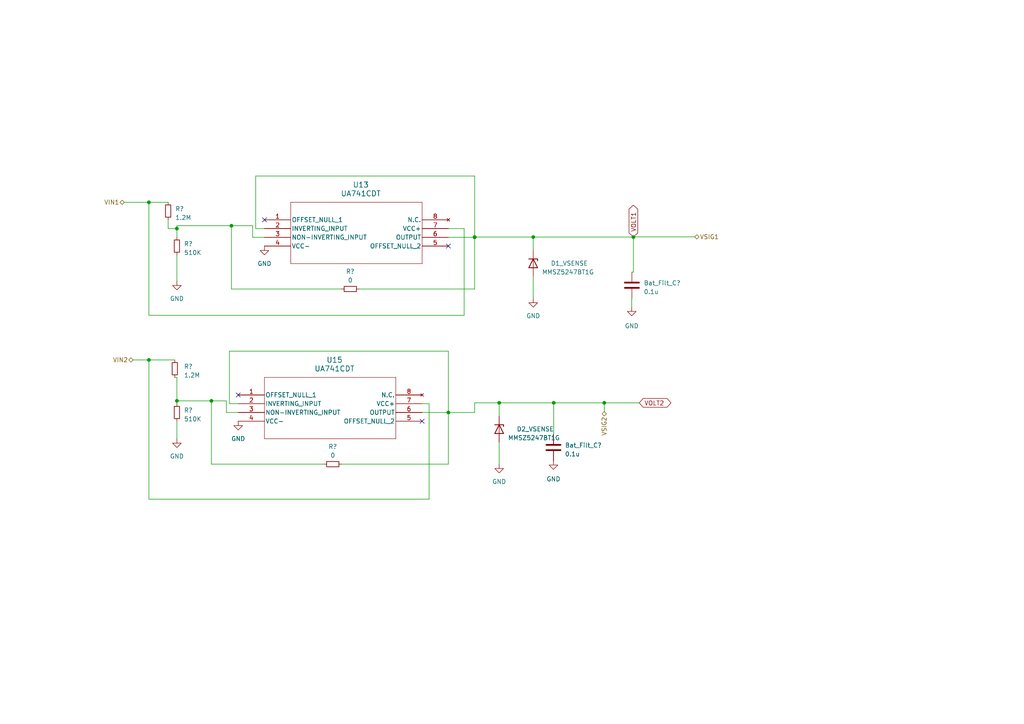
<source format=kicad_sch>
(kicad_sch (version 20230121) (generator eeschema)
  (paper "A4")
  (lib_symbols
    (symbol "Device:C" (pin_numbers hide) (pin_names (offset 0.254))
      (property "Reference" "C" (at 0.635 2.54 0))
      (property "Value" "C" (at 0.635 -2.54 0))
      (symbol "C_0_1"
        (polyline (pts (xy -2.032 -0.762) (xy 2.032 -0.762)) (stroke (width 0.508)))
        (polyline (pts (xy -2.032 0.762) (xy 2.032 0.762)) (stroke (width 0.508)))
      )
      (symbol "C_1_1"
        (pin passive line (at 0 3.81 270) (length 2.794) (name "~") (number "1"))
        (pin passive line (at 0 -3.81 90) (length 2.794) (name "~") (number "2"))
      )
    )
    (symbol "Device:D_Zener" (pin_numbers hide) (pin_names (offset 1.016) hide)
      (property "Reference" "D" (at 0 2.54 0))
      (property "Value" "D_Zener" (at 0 -2.54 0))
      (symbol "D_Zener_0_1"
        (polyline (pts (xy 1.27 0) (xy -1.27 0)))
        (polyline (pts (xy -1.27 -1.27) (xy -1.27 1.27) (xy -0.762 1.27)) (stroke (width 0.254)))
        (polyline (pts (xy 1.27 -1.27) (xy 1.27 1.27) (xy -1.27 0) (xy 1.27 -1.27)) (stroke (width 0.254)))
      )
      (symbol "D_Zener_1_1"
        (pin passive line (at -3.81 0 0) (length 2.54) (name "K") (number "1"))
        (pin passive line (at 3.81 0 180) (length 2.54) (name "A") (number "2"))
      )
    )
    (symbol "Device:R_Small" (pin_numbers hide) (pin_names (offset 0.254) hide)
      (property "Reference" "R" (at 0.762 0.508 0))
      (property "Value" "R_Small" (at 0.762 -1.016 0))
      (symbol "R_Small_0_1"
        (rectangle (start -0.762 1.778) (end 0.762 -1.778) (stroke (width 0.2032)))
      )
      (symbol "R_Small_1_1"
        (pin passive line (at 0 2.54 270) (length 0.762) (name "~") (number "1"))
        (pin passive line (at 0 -2.54 90) (length 0.762) (name "~") (number "2"))
      )
    )
    (symbol "UA741CDT:UA741CDT" (pin_names (offset 0.254))
      (property "Reference" "U13" (at 27.94 10.16 0))
      (property "Value" "UA741CDT" (at 27.94 7.62 0))
      (symbol "UA741CDT_0_1"
        (polyline (pts (xy 7.62 -12.7) (xy 45.72 -12.7)) (stroke (width 0.127)))
        (polyline (pts (xy 7.62 5.08) (xy 7.62 -12.7)) (stroke (width 0.127)))
        (polyline (pts (xy 45.72 -12.7) (xy 45.72 5.08)) (stroke (width 0.127)))
        (polyline (pts (xy 45.72 5.08) (xy 7.62 5.08)) (stroke (width 0.127)))
        (pin bidirectional line (at 0 0 0) (length 7.62) (name "OFFSET_NULL_1") (number "1"))
        (pin input line (at 0 -2.54 0) (length 7.62) (name "INVERTING_INPUT") (number "2"))
        (pin input line (at 0 -5.08 0) (length 7.62) (name "NON-INVERTING_INPUT") (number "3"))
        (pin power_in line (at 0 -7.62 0) (length 7.62) (name "VCC-") (number "4"))
        (pin bidirectional line (at 53.34 -7.62 180) (length 7.62) (name "OFFSET_NULL_2") (number "5"))
        (pin output line (at 53.34 -5.08 180) (length 7.62) (name "OUTPUT") (number "6"))
        (pin power_in line (at 53.34 -2.54 180) (length 7.62) (name "VCC+") (number "7"))
        (pin no_connect line (at 53.34 0 180) (length 7.62) (name "N.C.") (number "8"))
      )
    )
    (symbol "power:GND" (power) (pin_names (offset 0))
      (property "Value" "GND" (at 0 -3.81 0))
      (symbol "GND_0_1"
        (polyline (pts (xy 0 0) (xy 0 -1.27) (xy 1.27 -1.27) (xy 0 -2.54) (xy -1.27 -1.27) (xy 0 -1.27)))
      )
      (symbol "GND_1_1"
        (pin power_in line (at 0 0 270) (length 0) hide (name "GND") (number "1"))
      )
    )
  )
  (junction (at 51.308 66.294))
  (junction (at 43.18 58.674))
  (junction (at 154.6545 68.7581))
  (junction (at 67.1243 65.4688))
  (junction (at 51.308 116.2688))
  (junction (at 137.668 68.7581))
  (junction (at 160.6071 116.84))
  (junction (at 137.668 68.834))
  (junction (at 43.1908 104.394))
  (junction (at 175.26 116.84))
  (junction (at 61.3134 116.2688))
  (junction (at 130.048 119.634))
  (junction (at 183.7089 68.7581))
  (junction (at 144.78 116.84))
  (no_connect (at 69.088 114.554))
  (no_connect (at 122.428 122.174))
  (no_connect (at 130.048 71.374))
  (no_connect (at 76.708 63.754))
  (wire (pts (xy 144.78 116.84) (xy 160.6071 116.84)))
  (wire (pts (xy 67.1243 65.4688) (xy 67.1243 83.82)))
  (wire (pts (xy 183.2263 86.5381) (xy 183.2771 86.5381)))
  (wire (pts (xy 67.1243 65.4688) (xy 51.308 65.4688)))
  (wire (pts (xy 43.18 91.44) (xy 134.62 91.44)))
  (wire (pts (xy 124.46 117.094) (xy 122.428 117.094)))
  (wire (pts (xy 51.308 109.474) (xy 51.308 116.2688)))
  (wire (pts (xy 134.62 66.294) (xy 134.62 91.44)))
  (wire (pts (xy 51.308 73.914) (xy 51.308 81.534)))
  (wire (pts (xy 137.668 68.7581) (xy 137.668 68.834)))
  (wire (pts (xy 183.7089 68.7042) (xy 183.7089 68.7581)))
  (wire (pts (xy 183.7089 68.7581) (xy 183.7089 78.9181)))
  (wire (pts (xy 38.608 104.394) (xy 43.1908 104.394)))
  (wire (pts (xy 154.6545 80.1881) (xy 154.6545 86.5381)))
  (wire (pts (xy 73.2775 68.834) (xy 73.2775 65.4688)))
  (wire (pts (xy 201.4889 68.7042) (xy 183.7089 68.7042)))
  (wire (pts (xy 74.168 66.294) (xy 74.168 51.054)))
  (wire (pts (xy 61.3134 116.2688) (xy 61.3134 134.62)))
  (wire (pts (xy 137.668 68.7581) (xy 154.6545 68.7581)))
  (wire (pts (xy 130.048 68.834) (xy 137.668 68.834)))
  (wire (pts (xy 65.6575 116.2688) (xy 61.3134 116.2688)))
  (wire (pts (xy 43.18 58.674) (xy 48.768 58.674)))
  (wire (pts (xy 122.428 119.634) (xy 130.048 119.634)))
  (wire (pts (xy 137.668 116.84) (xy 144.78 116.84)))
  (wire (pts (xy 183.2263 89.0527) (xy 183.2263 86.5381)))
  (wire (pts (xy 43.1908 104.394) (xy 50.6984 104.394)))
  (wire (pts (xy 137.668 68.834) (xy 137.668 83.82)))
  (wire (pts (xy 144.78 128.27) (xy 144.78 134.62)))
  (wire (pts (xy 51.308 66.294) (xy 48.768 66.294)))
  (wire (pts (xy 130.048 101.854) (xy 130.048 119.634)))
  (wire (pts (xy 160.6071 116.84) (xy 175.26 116.84)))
  (wire (pts (xy 66.548 101.854) (xy 130.048 101.854)))
  (wire (pts (xy 130.048 119.634) (xy 130.048 134.62)))
  (wire (pts (xy 69.088 117.094) (xy 66.548 117.094)))
  (wire (pts (xy 43.1908 144.78) (xy 124.46 144.78)))
  (wire (pts (xy 76.708 66.294) (xy 74.168 66.294)))
  (wire (pts (xy 160.6071 125.984) (xy 160.528 125.984)))
  (wire (pts (xy 43.1908 104.394) (xy 43.1908 144.78)))
  (wire (pts (xy 74.168 51.054) (xy 137.668 51.054)))
  (wire (pts (xy 69.088 119.634) (xy 65.6575 119.634)))
  (wire (pts (xy 124.46 117.094) (xy 124.46 144.78)))
  (wire (pts (xy 130.048 119.634) (xy 137.668 119.634)))
  (wire (pts (xy 51.308 127.254) (xy 51.308 122.174)))
  (wire (pts (xy 99.06 134.62) (xy 130.048 134.62)))
  (wire (pts (xy 175.26 119.38) (xy 175.26 116.84)))
  (wire (pts (xy 36.068 58.674) (xy 43.18 58.674)))
  (wire (pts (xy 137.668 51.054) (xy 137.668 68.7581)))
  (wire (pts (xy 43.18 58.674) (xy 43.18 91.44)))
  (wire (pts (xy 51.308 68.834) (xy 51.308 66.294)))
  (wire (pts (xy 160.6071 116.84) (xy 160.6071 125.984)))
  (wire (pts (xy 134.62 66.294) (xy 130.048 66.294)))
  (wire (pts (xy 51.308 65.4688) (xy 51.308 66.294)))
  (wire (pts (xy 175.26 116.84) (xy 185.42 116.84)))
  (wire (pts (xy 76.708 68.834) (xy 73.2775 68.834)))
  (wire (pts (xy 66.548 117.094) (xy 66.548 101.854)))
  (wire (pts (xy 50.6984 109.474) (xy 51.308 109.474)))
  (wire (pts (xy 61.3134 116.2688) (xy 51.308 116.2688)))
  (wire (pts (xy 65.6575 119.634) (xy 65.6575 116.2688)))
  (wire (pts (xy 67.1243 83.82) (xy 99.06 83.82)))
  (wire (pts (xy 154.6545 68.7581) (xy 154.6545 72.5681)))
  (wire (pts (xy 154.6545 68.7581) (xy 183.7089 68.7581)))
  (wire (pts (xy 48.768 63.754) (xy 48.768 66.294)))
  (wire (pts (xy 73.2775 65.4688) (xy 67.1243 65.4688)))
  (wire (pts (xy 104.14 83.82) (xy 137.668 83.82)))
  (wire (pts (xy 137.668 119.634) (xy 137.668 116.84)))
  (wire (pts (xy 183.7089 78.9181) (xy 183.2771 78.9181)))
  (wire (pts (xy 144.78 116.84) (xy 144.78 120.65)))
  (wire (pts (xy 51.308 116.2688) (xy 51.308 117.094)))
  (wire (pts (xy 61.3134 134.62) (xy 93.98 134.62)))
  (global_label "VOLT2" (shape bidirectional) (at 185.42 116.84 0) (property "Intersheetrefs" "${INTERSHEET_REFS}" (effects hide)))
  (global_label "VOLT1" (shape bidirectional) (at 183.7089 68.7042 90) (property "Intersheetrefs" "${INTERSHEET_REFS}" (effects hide)))
  (hierarchical_label "VIN2" (shape bidirectional) (at 38.608 104.394 180))
  (hierarchical_label "VIN1" (shape bidirectional) (at 36.068 58.674 180))
  (hierarchical_label "VSIG1" (shape bidirectional) (at 201.4889 68.7042 0))
  (hierarchical_label "VSIG2" (shape bidirectional) (at 175.26 119.38 270))
  (symbol (lib_id "UA741CDT:UA741CDT") (at 76.708 63.754 0) (unit 1)
    (property "Reference" "U13" (at 104.648 53.594 0) (effects (font (size 1.524 1.524))))
    (property "Value" "UA741CDT" (at 104.648 56.134 0) (effects (font (size 1.524 1.524))))
    (property "Footprint" "Mechatronic Footprints:UA741CDT_D8_TEX_STM" (effects hide))
    (property "Datasheet" "UA741CDT" (effects hide))
  )
  (symbol (lib_id "power:GND") (at 144.78 134.62 0) (unit 1)
    (property "Reference" "#PWR0104" (effects hide))
    (property "Value" "GND" (at 144.78 139.7 0))
  )
  (symbol (lib_id "Device:R_Small") (at 51.308 71.374 0) (unit 1)
    (property "Reference" "R?" (at 53.34 70.739 0) (effects (justify left)))
    (property "Value" "510K" (at 53.34 73.279 0) (effects (justify left)))
    (property "Footprint" "Resistor_SMD:R_1206_3216Metric" (effects hide))
    (instances (project "rps01" (path "" (reference "R?") (unit 1)) (path "" (reference "R2_VSENSE") (unit 1))))
  )
  (symbol (lib_id "Device:D_Zener") (at 144.78 124.46 270) (unit 1)
    (property "Reference" "D2_VSENSE" (at 149.86 124.46 90) (effects (justify left)))
    (property "Value" "MMSZ5247BT1G" (at 147.32 127 90) (effects (justify left)))
    (property "Footprint" "Diode_SMD:D_SOD-123" (effects hide))
    (property "Datasheet" "https://www.digikey.com/en/products/detail/onsemi/MMSZ5247BT1G/1749046" (effects hide))
  )
  (symbol (lib_id "power:GND") (at 183.2263 89.0527 0) (unit 1)
    (property "Reference" "#PWR?" (effects hide))
    (property "Value" "GND" (at 183.2263 94.5391 0))
    (instances (project "rps01" (path "" (reference "#PWR?") (unit 1)) (path "" (reference "#PWR073") (unit 1))))
  )
  (symbol (lib_id "Device:R_Small") (at 101.6 83.82 90) (unit 1)
    (property "Reference" "R?" (at 101.6 78.74 90))
    (property "Value" "0" (at 101.6 81.28 90))
    (property "Footprint" "Resistor_SMD:R_1206_3216Metric" (effects hide))
    (instances (project "rps01" (path "" (reference "R?") (unit 1)) (path "" (reference "REN1_VSENSE") (unit 1))))
  )
  (symbol (lib_id "power:GND") (at 160.528 133.604 0) (unit 1)
    (property "Reference" "#PWR075" (effects hide))
    (property "Value" "GND" (at 160.528 138.938 0))
  )
  (symbol (lib_id "Device:R_Small") (at 50.6984 106.934 0) (unit 1)
    (property "Reference" "R?" (at 53.34 106.299 0) (effects (justify left)))
    (property "Value" "1.2M" (at 53.34 108.839 0) (effects (justify left)))
    (property "Footprint" "Resistor_SMD:R_1206_3216Metric" (effects hide))
    (instances (project "rps01" (path "" (reference "R?") (unit 1)) (path "" (reference "R3_VSENSE") (unit 1))))
  )
  (symbol (lib_id "UA741CDT:UA741CDT") (at 69.088 114.554 0) (unit 1)
    (property "Reference" "U15" (at 97.028 104.394 0) (effects (font (size 1.524 1.524))))
    (property "Value" "UA741CDT" (at 97.028 106.934 0) (effects (font (size 1.524 1.524))))
    (property "Footprint" "Mechatronic Footprints:UA741CDT_D8_TEX_STM" (effects hide))
    (property "Datasheet" "UA741CDT" (effects hide))
  )
  (symbol (lib_id "Device:R_Small") (at 96.52 134.62 90) (unit 1)
    (property "Reference" "R?" (at 96.52 129.54 90))
    (property "Value" "0" (at 96.52 132.08 90))
    (property "Footprint" "Resistor_SMD:R_1206_3216Metric" (effects hide))
    (instances (project "rps01" (path "" (reference "R?") (unit 1)) (path "" (reference "REN2_VSENSE") (unit 1))))
  )
  (symbol (lib_id "power:GND") (at 51.308 81.534 0) (unit 1)
    (property "Reference" "#PWR?" (effects hide))
    (property "Value" "GND" (at 51.308 86.614 0))
    (instances (project "rps01" (path "" (reference "#PWR?") (unit 1)) (path "" (reference "#PWR072") (unit 1))))
  )
  (symbol (lib_id "Device:D_Zener") (at 154.6545 76.3781 270) (unit 1)
    (property "Reference" "D1_VSENSE" (at 159.7345 76.3781 90) (effects (justify left)))
    (property "Value" "MMSZ5247BT1G" (at 157.1945 78.9181 90) (effects (justify left)))
    (property "Footprint" "Diode_SMD:D_SOD-123" (effects hide))
    (property "Datasheet" "https://www.digikey.com/en/products/detail/onsemi/MMSZ5247BT1G/1749046" (effects hide))
  )
  (symbol (lib_id "Device:C") (at 160.528 129.794 0) (unit 1)
    (property "Reference" "Bat_Filt_C?" (at 163.83 129.159 0) (effects (justify left)))
    (property "Value" "0.1u" (at 163.83 131.699 0) (effects (justify left)))
    (property "Footprint" "Capacitor_SMD:C_0603_1608Metric" (effects hide))
    (instances (project "rps01" (path "" (reference "Bat_Filt_C?") (unit 1)) (path "" (reference "CF2_VSENSE") (unit 1))))
  )
  (symbol (lib_id "Device:C") (at 183.2771 82.7281 0) (unit 1)
    (property "Reference" "Bat_Filt_C?" (at 186.69 82.0931 0) (effects (justify left)))
    (property "Value" "0.1u" (at 186.69 84.6331 0) (effects (justify left)))
    (property "Footprint" "Capacitor_SMD:C_0603_1608Metric" (effects hide))
    (instances (project "rps01" (path "" (reference "Bat_Filt_C?") (unit 1)) (path "" (reference "CF1_VSENSE") (unit 1))))
  )
  (symbol (lib_id "power:GND") (at 51.308 127.254 0) (unit 1)
    (property "Reference" "#PWR?" (effects hide))
    (property "Value" "GND" (at 51.308 132.334 0))
    (instances (project "rps01" (path "" (reference "#PWR?") (unit 1)) (path "" (reference "#PWR074") (unit 1))))
  )
  (symbol (lib_id "power:GND") (at 69.088 122.174 0) (unit 1)
    (property "Reference" "#PWR0102" (effects hide))
    (property "Value" "GND" (at 69.088 127.254 0))
  )
  (symbol (lib_id "Device:R_Small") (at 48.768 61.214 0) (unit 1)
    (property "Reference" "R?" (at 50.8 60.579 0) (effects (justify left)))
    (property "Value" "1.2M" (at 50.8 63.119 0) (effects (justify left)))
    (property "Footprint" "Resistor_SMD:R_1206_3216Metric" (effects hide))
    (instances (project "rps01" (path "" (reference "R?") (unit 1)) (path "" (reference "R1_VSENSE") (unit 1))))
  )
  (symbol (lib_id "Device:R_Small") (at 51.308 119.634 0) (unit 1)
    (property "Reference" "R?" (at 53.34 118.999 0) (effects (justify left)))
    (property "Value" "510K" (at 53.34 121.539 0) (effects (justify left)))
    (property "Footprint" "Resistor_SMD:R_1206_3216Metric" (effects hide))
    (instances (project "rps01" (path "" (reference "R?") (unit 1)) (path "" (reference "R4_VSENSE") (unit 1))))
  )
  (symbol (lib_id "power:GND") (at 76.708 71.374 0) (unit 1)
    (property "Reference" "#PWR0101" (effects hide))
    (property "Value" "GND" (at 76.708 76.454 0))
  )
  (symbol (lib_id "power:GND") (at 154.6545 86.5381 0) (unit 1)
    (property "Reference" "#PWR0105" (effects hide))
    (property "Value" "GND" (at 154.6545 91.6181 0))
  )
)
</source>
